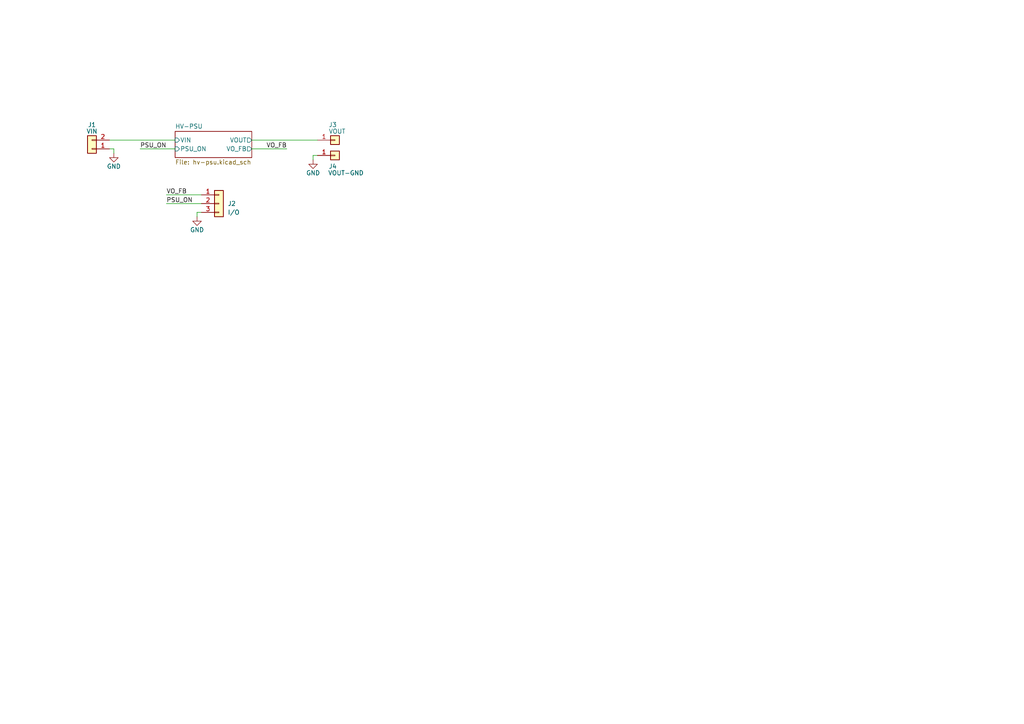
<source format=kicad_sch>
(kicad_sch (version 20211123) (generator eeschema)
  (paper "A4")
  (title_block (title "Meshytron") (date "2022-12-14") (rev "0.0") (company "AVLabs"))
  (lib_symbols
    (symbol "Connector_Generic:Conn_01x01" (pin_names (offset 1.016) hide)
      (property "Reference" "J" (at 0 2.54 0))
      (property "Value" "Conn_01x01" (at 0 -2.54 0))
      (symbol "Conn_01x01_1_1"
        (rectangle (start -1.27 0.127) (end 0 -0.127) (stroke (width 0.1524)))
        (rectangle (start -1.27 1.27) (end 1.27 -1.27) (stroke (width 0.254)) (fill (type background)))
        (pin passive line (at -5.08 0 0) (length 3.81) (name "Pin_1") (number "1"))
      )
    )
    (symbol "Connector_Generic:Conn_01x02" (pin_names (offset 1.016) hide)
      (property "Reference" "J" (at 0 2.54 0))
      (property "Value" "Conn_01x02" (at 0 -5.08 0))
      (symbol "Conn_01x02_1_1"
        (rectangle (start -1.27 -2.413) (end 0 -2.667) (stroke (width 0.1524)))
        (rectangle (start -1.27 0.127) (end 0 -0.127) (stroke (width 0.1524)))
        (rectangle (start -1.27 1.27) (end 1.27 -3.81) (stroke (width 0.254)) (fill (type background)))
        (pin passive line (at -5.08 0 0) (length 3.81) (name "Pin_1") (number "1"))
        (pin passive line (at -5.08 -2.54 0) (length 3.81) (name "Pin_2") (number "2"))
      )
    )
    (symbol "Connector_Generic:Conn_01x03" (pin_names (offset 1.016) hide)
      (property "Reference" "J" (at 0 5.08 0))
      (property "Value" "Conn_01x03" (at 0 -5.08 0))
      (symbol "Conn_01x03_1_1"
        (rectangle (start -1.27 -2.413) (end 0 -2.667) (stroke (width 0.1524)))
        (rectangle (start -1.27 0.127) (end 0 -0.127) (stroke (width 0.1524)))
        (rectangle (start -1.27 2.667) (end 0 2.413) (stroke (width 0.1524)))
        (rectangle (start -1.27 3.81) (end 1.27 -3.81) (stroke (width 0.254)) (fill (type background)))
        (pin passive line (at -5.08 2.54 0) (length 3.81) (name "Pin_1") (number "1"))
        (pin passive line (at -5.08 0 0) (length 3.81) (name "Pin_2") (number "2"))
        (pin passive line (at -5.08 -2.54 0) (length 3.81) (name "Pin_3") (number "3"))
      )
    )
    (symbol "power:GND" (power) (pin_names (offset 0))
      (property "Value" "GND" (at 0 -3.81 0))
      (symbol "GND_0_1"
        (polyline (pts (xy 0 0) (xy 0 -1.27) (xy 1.27 -1.27) (xy 0 -2.54) (xy -1.27 -1.27) (xy 0 -1.27)))
      )
      (symbol "GND_1_1"
        (pin power_in line (at 0 0 270) (length 0) hide (name "GND") (number "1"))
      )
    )
  )
  (wire (pts (xy 73.025 40.64) (xy 92.075 40.64)))
  (wire (pts (xy 58.42 61.595) (xy 57.15 61.595)))
  (wire (pts (xy 48.26 59.055) (xy 58.42 59.055)))
  (wire (pts (xy 92.075 45.085) (xy 90.805 45.085)))
  (wire (pts (xy 31.75 43.18) (xy 33.02 43.18)))
  (wire (pts (xy 48.26 56.515) (xy 58.42 56.515)))
  (wire (pts (xy 57.15 61.595) (xy 57.15 62.865)))
  (wire (pts (xy 40.64 43.18) (xy 50.8 43.18)))
  (wire (pts (xy 31.75 40.64) (xy 50.8 40.64)))
  (wire (pts (xy 83.185 43.18) (xy 73.025 43.18)))
  (wire (pts (xy 33.02 43.18) (xy 33.02 44.45)))
  (wire (pts (xy 90.805 45.085) (xy 90.805 46.355)))
  (label "PSU_ON" (at 40.64 43.18 0))
  (label "VO_FB" (at 48.26 56.515 0))
  (label "VO_FB" (at 83.185 43.18 180))
  (label "PSU_ON" (at 48.26 59.055 0))
  (symbol (lib_id "Connector_Generic:Conn_01x02") (at 26.67 43.18 180) (unit 1)
    (property "Reference" "J1" (at 26.67 36.195 0))
    (property "Value" "VIN" (at 26.67 38.1 0))
    (property "Footprint" "Connector_PinHeader_2.54mm:PinHeader_1x02_P2.54mm_Vertical" (effects hide))
  )
  (symbol (lib_id "Connector_Generic:Conn_01x03") (at 63.5 59.055 0) (unit 1)
    (property "Reference" "J2" (at 66.04 59.0549 0) (effects (justify left)))
    (property "Value" "I/O" (at 66.04 61.5949 0) (effects (justify left)))
    (property "Footprint" "Connector_PinHeader_2.54mm:PinHeader_1x03_P2.54mm_Vertical" (effects hide))
  )
  (symbol (lib_id "power:GND") (at 90.805 46.355 0) (mirror y) (unit 1)
    (property "Reference" "#PWR07" (effects hide))
    (property "Value" "GND" (at 90.805 50.165 0))
  )
  (symbol (lib_id "Connector_Generic:Conn_01x01") (at 97.155 45.085 0) (unit 1)
    (property "Reference" "J4" (at 96.52 48.26 0))
    (property "Value" "VOUT-GND" (at 100.33 50.165 0))
    (property "Footprint" "Connector_PinHeader_2.54mm:PinHeader_1x01_P2.54mm_Vertical" (effects hide))
  )
  (symbol (lib_id "power:GND") (at 57.15 62.865 0) (mirror y) (unit 1)
    (property "Reference" "#PWR06" (effects hide))
    (property "Value" "GND" (at 57.15 66.675 0))
  )
  (symbol (lib_id "Connector_Generic:Conn_01x01") (at 97.155 40.64 0) (unit 1)
    (property "Reference" "J3" (at 96.52 36.195 0))
    (property "Value" "VOUT" (at 97.79 38.1 0))
    (property "Footprint" "Connector_PinHeader_2.54mm:PinHeader_1x01_P2.54mm_Vertical" (effects hide))
  )
  (symbol (lib_id "power:GND") (at 33.02 44.45 0) (unit 1)
    (property "Reference" "#PWR05" (effects hide))
    (property "Value" "GND" (at 33.02 48.26 0))
  )
  (sheet (at 50.8 38.1) (size 22.225 7.62) (stroke (width 0.1524))
    (property "Sheet name" "HV-PSU" (at 50.8 37.3884 0) (effects (justify left bottom)))
    (property "Sheet file" "hv-psu.kicad_sch" (at 50.8 46.3046 0) (effects (justify left top)))
    (pin "PSU_ON" input (at 50.8 43.18 180))
    (pin "VIN" input (at 50.8 40.64 180))
    (pin "VO_FB" output (at 73.025 43.18 0))
    (pin "VOUT" output (at 73.025 40.64 0))
  )
)
</source>
